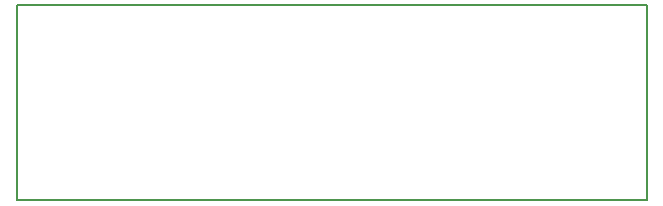
<source format=gbr>
G04 #@! TF.FileFunction,Profile,NP*
%FSLAX46Y46*%
G04 Gerber Fmt 4.6, Leading zero omitted, Abs format (unit mm)*
G04 Created by KiCad (PCBNEW 4.0.2-stable) date 5/23/2016 10:55:23 AM*
%MOMM*%
G01*
G04 APERTURE LIST*
%ADD10C,0.100000*%
%ADD11C,0.150000*%
G04 APERTURE END LIST*
D10*
D11*
X190500000Y-99060000D02*
X137160000Y-99060000D01*
X190500000Y-99060000D02*
X190500000Y-93980000D01*
X190500000Y-82550000D02*
X190500000Y-99060000D01*
X190500000Y-82550000D02*
X137160000Y-82550000D01*
X137160000Y-82550000D02*
X137160000Y-99060000D01*
M02*

</source>
